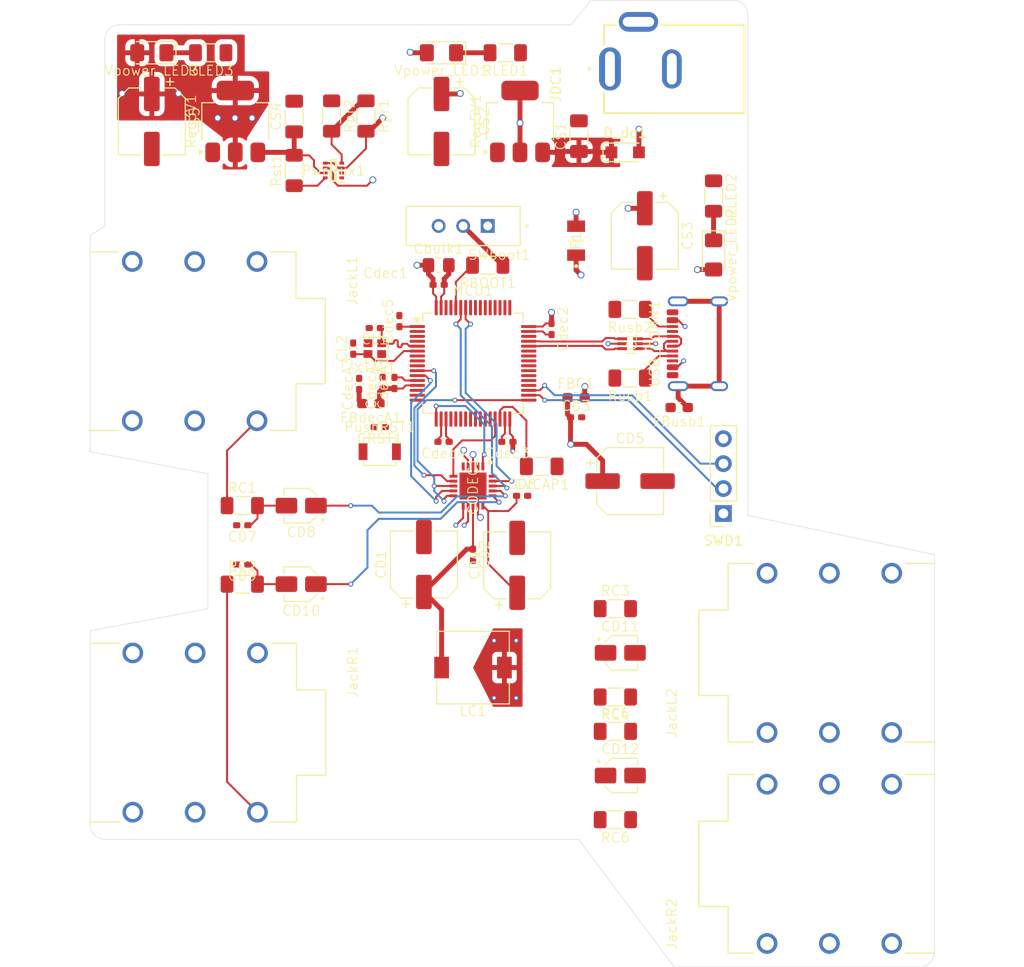
<source format=kicad_pcb>
(kicad_pcb (version 20240108) (generator "pcbnew") (generator_version "8.0")
  (layers (0 "F.Cu" signal) (1 "In1.Cu" signal) (2 "In2.Cu" signal) (31 "B.Cu" signal) (34 "B.Paste" user) (35 "F.Paste" user) (36 "B.SilkS" user "B.Silkscreen") (37 "F.SilkS" user "F.Silkscreen") (38 "B.Mask" user) (39 "F.Mask" user) (44 "Edge.Cuts" user))
  (net 0 "")
  (net 1 "GND")
  (net 2 "+3.3V")
  (net 3 "/CODEC/AVDD")
  (net 4 "/CODEC/DVDD")
  (net 5 "/CODEC/VMID")
  (net 6 "Net-(CD7-Pad1)")
  (net 7 "/CODEC/L_IN")
  (net 8 "Net-(CD10-Pad2)")
  (net 9 "/CODEC/R_IN")
  (net 10 "Net-(CD11-Pad2)")
  (net 11 "/CODEC/L_OUT")
  (net 12 "Net-(CD12-Pad2)")
  (net 13 "/CODEC/R_OUT")
  (net 14 "+3.3VA")
  (net 15 "/HSE_IN")
  (net 16 "/HSE_OUT")
  (net 17 "I2S_CLK")
  (net 18 "I2S_DOUT")
  (net 19 "I2S_MCLK")
  (net 20 "I2C_SDA")
  (net 23 "I2S_DIN")
  (net 24 "I2S_WS")
  (net 25 "I2C_SCL")
  (net 27 "/RST")
  (net 28 "+9V")
  (net 29 "Vin_JACK")
  (net 30 "Vin_USB")
  (net 31 "Net-(PwrMux1-VOUT_2)")
  (net 32 "Net-(MCU1-VCAP1)")
  (net 33 "Net-(IC1-VBUS)")
  (net 34 "Net-(USB_CONN1-SHIELD)")
  (net 35 "/VbusINPUT")
  (net 36 "/usb_D-")
  (net 37 "/usb_D+")
  (net 38 "Net-(IC1-I{slash}O2_1)")
  (net 39 "Net-(IC1-I{slash}O1_1)")
  (net 43 "Net-(JackL1-PadT)")
  (net 49 "Net-(JackL2-PadT)")
  (net 52 "Net-(JackR1-PadT)")
  (net 58 "Net-(JackR2-PadT)")
  (net 66 "/SWCLK")
  (net 72 "/BOOT0")
  (net 73 "/SWDIO")
  (net 74 "Net-(D_dc1-A)")
  (net 100 "Net-(PwrMux1-ST)")
  (net 101 "Net-(PwrMux1-PR1)")
  (net 103 "/BOOT_SW")
  (net 104 "/JACKpower_LED")
  (net 105 "/VBUSpower_LED")
  (net 106 "/3.3Vpower_LED")
  (net 107 "Net-(USB_CONN1-CC1)")
  (net 108 "Net-(USB_CONN1-CC2)")
  (footprint "Resistor_SMD:R_1206_3216Metric_Pad1.30x1.75mm_HandSolder" (layer "F.Cu") (at 164.5 134 180)
    (property "Reference" "RC4")
    (property "Value" "100")
  )
  (footprint "Capacitor_SMD:CP_Elec_6.3x5.4" (layer "F.Cu") (at 146.7875 75.35 -90)
    (property "Reference" "CS2")
    (property "Value" "22u")
  )
  (footprint "MINI-SPDT:SW_MINI-SPDT-SW" (layer "F.Cu") (at 149 86 180)
    (property "Reference" "SWboot1")
    (property "Value" "MINI-SPDT-SW")
  )
  (footprint "Capacitor_SMD:CP_Elec_6.3x5.4" (layer "F.Cu") (at 167.5 87 -90)
    (property "Reference" "CS3")
    (property "Value" "22u")
  )
  (footprint "Capacitor_SMD:C_0402_1005Metric_Pad0.74x0.62mm_HandSolder" (layer "F.Cu") (at 138.4 102.1 90)
    (property "Reference" "CdecA3")
    (property "Value" "1u")
  )
  (footprint "Connector_USB:USB_C_Receptacle_GCT_USB4105-xx-A_16P_TopMnt_Horizontal" (layer "F.Cu") (at 174 98 90)
    (property "Reference" "USB_CONN1")
    (property "Value" "USB_C_Receptacle_USB2.0_16P")
  )
  (footprint "Capacitor_SMD:C_0402_1005Metric_Pad0.74x0.62mm_HandSolder" (layer "F.Cu") (at 155 113.5)
    (property "Reference" "CD6")
    (property "Value" "0.1Uf")
  )
  (footprint "TRS_JACK_6.3mm:NEUTRIK_NMJ6HFD2-AU" (layer "F.Cu") (at 111 137.625 -90)
    (property "Reference" "JackR1")
    (property "Value" "NMJ6HFD2-AU")
  )
  (footprint "Capacitor_SMD:CP_Elec_3x5.4" (layer "F.Cu") (at 165 129.5)
    (property "Reference" "CD11")
    (property "Value" "1uF")
  )
  (footprint "Resistor_SMD:R_1206_3216Metric_Pad1.30x1.75mm_HandSolder" (layer "F.Cu") (at 166 94.5 180)
    (property "Reference" "Rusb2")
    (property "Value" "5.1k")
  )
  (footprint "Capacitor_SMD:CP_Elec_3x5.4" (layer "F.Cu") (at 132.5 122.5 180)
    (property "Reference" "CD10")
    (property "Value" "1uF")
  )
  (footprint "Resistor_SMD:R_1206_3216Metric_Pad1.30x1.75mm_HandSolder" (layer "F.Cu") (at 139.1 74.8 -90)
    (property "Reference" "Rpr1")
    (property "Value" "10k")
  )
  (footprint "Capacitor_SMD:C_0402_1005Metric_Pad0.74x0.62mm_HandSolder" (layer "F.Cu") (at 140 96.4 180)
    (property "Reference" "CL1")
    (property "Value" "14p")
  )
  (footprint "Resistor_SMD:R_1206_3216Metric_Pad1.30x1.75mm_HandSolder" (layer "F.Cu") (at 135.6 74.8 -90)
    (property "Reference" "Rpr2")
    (property "Value" "10k")
  )
  (footprint "Capacitor_SMD:CP_Elec_3x5.4" (layer "F.Cu") (at 132.5 114.5 180)
    (property "Reference" "CD8")
    (property "Value" "1uF")
  )
  (footprint "Capacitor_SMD:C_0402_1005Metric_Pad0.74x0.62mm_HandSolder" (layer "F.Cu") (at 150 119.5 -90)
    (property "Reference" "CD2")
    (property "Value" "0.1uF")
  )
  (footprint "Capacitor_SMD:C_1206_3216Metric_Pad1.33x1.80mm_HandSolder" (layer "F.Cu") (at 157 110.5 180)
    (property "Reference" "CVCAP1")
    (property "Value" "2.2u")
  )
  (footprint "Capacitor_SMD:C_1206_3216Metric_Pad1.33x1.80mm_HandSolder" (layer "F.Cu") (at 160.7875 76.85 90)
    (property "Reference" "CS1")
    (property "Value" "0.1u")
  )
  (footprint "Capacitor_SMD:CP_Elec_6.3x5.4" (layer "F.Cu") (at 166 112)
    (property "Reference" "CD5")
    (property "Value" "10uF")
  )
  (footprint "Resistor_SMD:R_1206_3216Metric_Pad1.30x1.75mm_HandSolder" (layer "F.Cu") (at 131.7875 80.35 90)
    (property "Reference" "Rst1")
    (property "Value" "10k")
  )
  (footprint "Resistor_SMD:R_1206_3216Metric_Pad1.30x1.75mm_HandSolder" (layer "F.Cu") (at 153.2875 68.35 180)
    (property "Reference" "RLED1")
    (property "Value" "1k5")
  )
  (footprint "Capacitor_SMD:C_0402_1005Metric_Pad0.74x0.62mm_HandSolder" (layer "F.Cu") (at 126.5 120.5 180)
    (property "Reference" "CD9")
    (property "Value" "220pF")
  )
  (footprint "Resistor_SMD:R_1206_3216Metric_Pad1.30x1.75mm_HandSolder" (layer "F.Cu") (at 174.5 82.95 -90)
    (property "Reference" "RLED2")
    (property "Value" "1k5")
  )
  (footprint "Capacitor_SMD:C_0402_1005Metric_Pad0.74x0.62mm_HandSolder" (layer "F.Cu") (at 153.5 108 180)
    (property "Reference" "Cdec3")
    (property "Value" "0.1u")
  )
  (footprint "LED_SMD:LED_1206_3216Metric_Pad1.42x1.75mm_HandSolder" (layer "F.Cu") (at 174.5 88.95 -90)
    (property "Reference" "Vpower_LED2")
    (property "Value" "LED")
  )
  (footprint "Capacitor_SMD:CP_Elec_3x5.4" (layer "F.Cu") (at 165 142)
    (property "Reference" "CD12")
    (property "Value" "1uF")
  )
  (footprint "Connector_PinSocket_2.54mm:PinSocket_1x04_P2.54mm_Vertical" (layer "F.Cu") (at 175.5 115.3 180)
    (property "Reference" "SWD1")
    (property "Value" "Conn_01x04_Pin")
  )
  (footprint "Capacitor_SMD:CP_Elec_6.3x5.4" (layer "F.Cu") (at 117.2875 75.35 -90)
    (property "Reference" "CS5")
    (property "Value" "22u")
  )
  (footprint "Capacitor_SMD:C_0402_1005Metric_Pad0.74x0.62mm_HandSolder" (layer "F.Cu") (at 140.8 102 90)
    (property "Reference" "CdecA2")
    (property "Value" "1u")
  )
  (footprint "STM32_TVS_USB:USBLC62P6" (layer "F.Cu") (at 166 98 90)
    (property "Reference" "IC1")
    (property "Value" "USBLC6-2P6" (hide yes))
  )
  (footprint "Capacitor_SMD:C_0402_1005Metric_Pad0.74x0.62mm_HandSolder" (layer "F.Cu") (at 146.5 92)
    (property "Reference" "Cdec1")
    (property "Value" "0.1u")
  )
  (footprint "Capacitor_SMD:CP_Elec_6.3x5.4" (layer "F.Cu") (at 154.5 120.58 90)
    (property "Reference" "CD4")
    (property "Value" "4.7uF")
  )
  (footprint "Resistor_SMD:R_1206_3216Metric_Pad1.30x1.75mm_HandSolder" (layer "F.Cu") (at 123.2875 68.35 180)
    (property "Reference" "RLED3")
    (property "Value" "1k5")
  )
  (footprint "Resistor_SMD:R_1206_3216Metric_Pad1.30x1.75mm_HandSolder" (layer "F.Cu") (at 166 101.5 180)
    (property "Reference" "Rusb1")
    (property "Value" "5.1k")
  )
  (footprint "TRS_JACK_6.3mm:NEUTRIK_NMJ6HFD2-AU" (layer "F.Cu") (at 197 151 90)
    (property "Reference" "JackR2")
    (property "Value" "NMJ6HFD2-AU")
  )
  (footprint "TRS_JACK_6.3mm:NEUTRIK_NMJ6HFD2-AU" (layer "F.Cu") (at 110.95 97.73825 -90)
    (property "Reference" "JackL1")
    (property "Value" "NMJ6HFD2-AU")
  )
  (footprint "LED_SMD:LED_1206_3216Metric_Pad1.42x1.75mm_HandSolder" (layer "F.Cu") (at 117.2875 68.35 180)
    (property "Reference" "Vpower_LED3")
    (property "Value" "LED")
  )
  (footprint "Crystal:Crystal_SMD_2016-4Pin_2.0x1.6mm" (layer "F.Cu") (at 140 98.5 180)
    (property "Reference" "XTAL1")
    (property "Value" "Crystal_GND24")
  )
  (footprint "Jack DCJ200 DC_2.1_THT:GCT_DCJ200-10-A-XX-K_REVA" (layer "F.Cu") (at 170.5 70 90)
    (property "Reference" "JDC1")
    (property "Value" "JackDC")
  )
  (footprint "Resistor_SMD:R_1206_3216Metric_Pad1.30x1.75mm_HandSolder" (layer "F.Cu") (at 164.5 146.5 180)
    (property "Reference" "RC6")
    (property "Value" "100")
  )
  (footprint "Resistor_SMD:R_1206_3216Metric_Pad1.30x1.75mm_HandSolder" (layer "F.Cu") (at 151.5 90 180)
    (property "Reference" "RBOOT1")
    (property "Value" "10K")
  )
  (footprint "Capacitor_SMD:C_0402_1005Metric_Pad0.74x0.62mm_HandSolder" (layer "F.Cu") (at 140.5 106.5 180)
    (property "Reference" "CRST1")
    (property "Value" "0.1u")
  )
  (footprint "Button_Switch_SMD:SW_SPST_B3U-1000P" (layer "F.Cu") (at 140.5 109)
    (property "Reference" "PushRST1")
    (property "Value" "B3U-1000P")
  )
  (footprint "Capacitor_SMD:C_0402_1005Metric_Pad0.74x0.62mm_HandSolder" (layer "F.Cu") (at 160.5 105.5)
    (property "Reference" "CD3")
    (property "Value" "0.1uF")
  )
  (footprint "LED_SMD:LED_1206_3216Metric_Pad1.42x1.75mm_HandSolder" (layer "F.Cu") (at 146.7875 68.35 180)
    (property "Reference" "Vpower_LED1")
    (property "Value" "LED")
  )
  (footprint "Inductor_SMD:L_7.3x7.3_H3.5" (layer "F.Cu") (at 150 131 180)
    (property "Reference" "LC1")
    (property "Value" "47uH")
  )
  (footprint "Inductor_SMD:L_0603_1608Metric_Pad1.05x0.95mm_HandSolder" (layer "F.Cu") (at 171 104.5 180)
    (property "Reference" "FBusb1")
    (property "Value" "26R")
  )
  (footprint "Resistor_SMD:R_1206_3216Metric_Pad1.30x1.75mm_HandSolder" (layer "F.Cu") (at 164.5 125)
    (property "Reference" "RC3")
    (property "Value" "47k")
  )
  (footprint "Capacitor_SMD:CP_Elec_6.3x5.4" (layer "F.Cu") (at 145 120.5 90)
    (property "Reference" "CD1")
    (property "Value" "10uF")
  )
  (footprint "Capacitor_SMD:C_0402_1005Metric_Pad0.74x0.62mm_HandSolder" (layer "F.Cu") (at 126.5 116.5 180)
    (property "Reference" "CD7")
    (property "Value" "220pF")
  )
  (footprint "Capacitor_SMD:C_0402_1005Metric_Pad0.74x0.62mm_HandSolder" (layer "F.Cu") (at 142.5 95.7 90)
    (property "Reference" "Cdec5")
    (property "Value" "0.1u")
  )
  (footprint "Capacitor_SMD:C_0402_1005Metric_Pad0.74x0.62mm_HandSolder" (layer "F.Cu") (at 137.8 98.5 90)
    (property "Reference" "CL2")
    (property "Value" "14p")
  )
  (footprint "SSM2604:QFN50P400X400X80-21N-D" (layer "F.Cu") (at 150 112.5 -90)
    (property "Reference" "CODEC1")
    (property "Value" "SSM2604CPZ-REEL7" (hide yes))
  )
  (footprint "Capacitor_SMD:C_0805_2012Metric_Pad1.18x1.45mm_HandSolder" (layer "F.Cu") (at 146.5 90)
    (property "Reference" "Cbulk1")
    (property "Value" "10u")
  )
  (footprint "Package_TO_SOT_SMD:SOT-223-3_TabPin2" (layer "F.Cu") (at 154.7875 75.35 90)
    (property "Reference" "Reg5V1")
    (property "Value" "AMS1117-5.0")
  )
  (footprint "Capacitor_SMD:C_1206_3216Metric_Pad1.33x1.80mm_HandSolder" (layer "F.Cu") (at 131.7875 74.85 90)
    (property "Reference" "CS4")
    (property "Value" "0.1u")
  )
  (footprint "Package_QFP:LQFP-64_10x10mm_P0.5mm" (layer "F.Cu") (at 150 100)
    (property "Reference" "MCU1")
    (property "Value" "STM32F411RETx")
  )
  (footprint "TPS2116:SOTFL50P160X60-8N" (layer "F.Cu") (at 135.7875 80.35 180)
    (property "Reference" "PwrMux1")
    (property "Value" "TPS2116DRLR" (hide yes))
  )
  (footprint "Diode_SMD:Nexperia_CFP3_SOD-123W" (layer "F.Cu") (at 165.5 78.5)
    (property "Reference" "D_dc1")
    (property "Value" "PMEG3020BER")
  )
  (footprint "Inductor_SMD:L_0603_1608Metric_Pad1.05x0.95mm_HandSolder" (layer "F.Cu") (at 160.5 103.5)
    (property "Reference" "FBC1")
    (property "Value" "120R")
  )
  (footprint "Resistor_SMD:R_1206_3216Metric_Pad1.30x1.75mm_HandSolder" (layer "F.Cu") (at 126.5 114.5)
    (property "Reference" "RC1")
    (property "Value" "5.6k")
  )
  (footprint "Inductor_SMD:L_0603_1608Metric_Pad1.05x0.95mm_HandSolder" (layer "F.Cu") (at 139.6 104.1 180)
    (property "Reference" "FBdecA1")
    (property "Value" "120R")
  )
  (footprint "Resistor_SMD:R_1206_3216Metric_Pad1.30x1.75mm_HandSolder" (layer "F.Cu") (at 164.5 137.5)
    (property "Reference" "RC5")
    (property "Value" "47k")
  )
  (footprint "Capacitor_SMD:C_0402_1005Metric_Pad0.74x0.62mm_HandSolder" (layer "F.Cu") (at 142 102 90)
    (property "Reference" "CdecA1")
    (property "Value" "0.01u")
  )
  (footprint "Capacitor_SMD:C_0402_1005Metric_Pad0.74x0.62mm_HandSolder" (layer "F.Cu") (at 147 108 180)
    (property "Reference" "Cdec4")
    (property "Value" "0.1u")
  )
  (footprint "1206L 500ma:1206L05015YR" (layer "F.Cu") (at 160.5 87.5 90)
    (property "Reference" "F1")
    (property "Value" "1206L050YR" (hide yes))
  )
  (footprint "TRS_JACK_6.3mm:NEUTRIK_NMJ6HFD2-AU" (layer "F.Cu") (at 197 129.5 90)
    (property "Reference" "JackL2")
    (property "Value" "NMJ6HFD2-AU")
  )
  (footprint "Resistor_SMD:R_1206_3216Metric_Pad1.30x1.75mm_HandSolder" (layer "F.Cu") (at 126.5 122.5)
    (property "Reference" "RC2")
    (property "Value" "5.6k")
  )
  (footprint "Package_TO_SOT_SMD:SOT-223-3_TabPin2" (layer "F.Cu") (at 125.7875 75.35 90)
    (property "Reference" "Reg3V1")
    (property "Value" "AMS1117-3.3")
  )
  (footprint "Capacitor_SMD:C_0402_1005Metric_Pad0.74x0.62mm_HandSolder" (layer "F.Cu") (at 158 96.5 -90)
    (property "Reference" "Cdec2")
    (property "Value" "0.1u")
  )
  (gr_line (start 178 78) (end 178 64.5) (stroke (width 0.05)) (layer "Edge.Cuts"))
  (gr_arc (start 176.5 63) (mid 177.56066 63.43934) (end 178 64.5) (stroke (width 0.05)) (layer "Edge.Cuts"))
  (gr_line (start 111 127.25) (end 111 147) (stroke (width 0.05)) (layer "Edge.Cuts"))
  (gr_line (start 160.75 148.5) (end 170.5 161.5) (stroke (width 0.05)) (layer "Edge.Cuts"))
  (gr_line (start 112.5 86) (end 112.5 80.75) (stroke (width 0.05)) (layer "Edge.Cuts"))
  (gr_line (start 111 87) (end 112.5 86) (stroke (width 0.05)) (layer "Edge.Cuts"))
  (gr_line (start 114 65.5) (end 160 65.5) (stroke (width 0.05)) (layer "Edge.Cuts"))
  (gr_line (start 178 78) (end 178 115.5) (stroke (width 0.05)) (layer "Edge.Cuts"))
  (gr_line (start 197 160) (end 197 119.5) (stroke (width 0.05)) (layer "Edge.Cuts"))
  (gr_arc (start 112.5 67) (mid 112.93934 65.93934) (end 114 65.5) (stroke (width 0.05)) (layer "Edge.Cuts"))
  (gr_line (start 112.5 67) (end 112.5 80.75) (stroke (width 0.05)) (layer "Edge.Cuts"))
  (gr_line (start 197 119.5) (end 178 115.5) (stroke (width 0.05)) (layer "Edge.Cuts"))
  (gr_arc (start 197 160) (mid 196.56066 161.06066) (end 195.5 161.5) (stroke (width 0.05)) (layer "Edge.Cuts"))
  (gr_line (start 160.75 148.5) (end 112.5 148.5) (stroke (width 0.05)) (layer "Edge.Cuts"))
  (gr_line (start 111 127.25) (end 123 125) (stroke (width 0.05)) (layer "Edge.Cuts"))
  (gr_line (start 111 109) (end 123 111.25) (stroke (width 0.05)) (layer "Edge.Cuts"))
  (gr_line (start 160 65.5) (end 162 63) (stroke (width 0.05)) (layer "Edge.Cuts"))
  (gr_line (start 195.5 161.5) (end 170.5 161.5) (stroke (width 0.05)) (layer "Edge.Cuts"))
  (gr_line (start 123 111.25) (end 123 125) (stroke (width 0.05)) (layer "Edge.Cuts"))
  (gr_arc (start 112.5 148.5) (mid 111.43934 148.06066) (end 111 147) (stroke (width 0.05)) (layer "Edge.Cuts"))
  (gr_line (start 111 109) (end 111 87) (stroke (width 0.05)) (layer "Edge.Cuts"))
  (gr_line (start 176.5 63) (end 162 63) (stroke (width 0.05)) (layer "Edge.Cuts"))
  (segment (start 157.1 96.75) (end 155.675 96.75) (width 0.2) (layer "F.Cu") (net 1))
  (segment (start 147.5375 90.9125) (end 147.0675 91.3825) (width 0.5) (layer "F.Cu") (net 1))
  (segment (start 150.5 114.5) (end 150.5 115.45) (width 0.2) (layer "F.Cu") (net 1))
  (segment (start 146.75 94.325) (end 146.75 93.2) (width 0.2) (layer "F.Cu") (net 1))
  (segment (start 146.75 107.4) (end 146.75 105.675) (width 0.2) (layer "F.Cu") (net 1))
  (segment (start 152.9325 108) (end 152.9325 107.4675) (width 0.2) (layer "F.Cu") (net 1))
  (segment (start 152.9325 107.4675) (end 153.25 107.15) (width 0.2) (layer "F.Cu") (net 1))
  (segment (start 146.75 93.2) (end 147.0675 92.8825) (width 0.2) (layer "F.Cu") (net 1))
  (segment (start 150 110.5) (end 150 112.5) (width 0.2) (layer "F.Cu") (net 1))
  (segment (start 147.0675 92.8825) (end 147.0675 92) (width 0.2) (layer "F.Cu") (net 1))
  (segment (start 150.5 114.5) (end 150.5 113) (width 0.2) (layer "F.Cu") (net 1))
  (segment (start 150 110.5) (end 150 109.3) (width 0.2) (layer "F.Cu") (net 1))
  (segment (start 142.761875 101.4325) (end 143.079375 101.75) (width 0.2) (layer "F.Cu") (net 1))
  (segment (start 150 109.3) (end 150 109.5) (width 0.2) (layer "F.Cu") (net 1))
  (segment (start 147.5375 90) (end 147.5375 90.9125) (width 0.5) (layer "F.Cu") (net 1))
  (segment (start 158 97.0675) (end 157.4175 97.0675) (width 0.2) (layer "F.Cu") (net 1))
  (segment (start 157.4175 97.0675) (end 157.1 96.75) (width 0.2) (layer "F.Cu") (net 1))
  (segment (start 147.0675 91.3825) (end 147.0675 92) (width 0.5) (layer "F.Cu") (net 1))
  (segment (start 142 101.4325) (end 142.761875 101.4325) (width 0.2) (layer "F.Cu") (net 1))
  (segment (start 146.4325 107.7175) (end 146.75 107.4) (width 0.2) (layer "F.Cu") (net 1))
  (segment (start 143.079375 101.75) (end 144.325 101.75) (width 0.2) (layer "F.Cu") (net 1))
  (segment (start 150.5 113) (end 150 112.5) (width 0.2) (layer "F.Cu") (net 1))
  (segment (start 146.4325 108) (end 146.4325 107.7175) (width 0.2) (layer "F.Cu") (net 1))
  (segment (start 153.25 107.15) (end 153.25 105.675) (width 0.2) (layer "F.Cu") (net 1))
  (segment (start 150.5 115.45) (end 150.75 115.7) (width 0.2) (layer "F.Cu") (net 1))
  (via (at 150 109.3) (size 0.7) (drill 0.5) (layers "F.Cu" "B.Cu") (net 1))
  (via (at 150.75 115.7) (size 0.7) (drill 0.5) (layers "F.Cu" "B.Cu") (net 1))
  (segment (start 146.25 93.2) (end 146.25 94.325) (width 0.2) (layer "F.Cu") (net 2))
  (segment (start 154.0675 107.4675) (end 153.75 107.15) (width 0.2) (layer "F.Cu") (net 2))
  (segment (start 145.9325 92.8825) (end 146.25 93.2) (width 0.2) (layer "F.Cu") (net 2))
  (segment (start 142.5 96.2675) (end 144.3075 96.2675) (width 0.2) (layer "F.Cu") (net 2))
  (segment (start 125.4375 72.55) (end 125.7875 72.2) (width 0.5) (layer "F.Cu") (net 2))
  (segment (start 154.05 108.95) (end 154.05 108.0175) (width 0.5) (layer "F.Cu") (net 2))
  (segment (start 158 94.8) (end 158 95.9325) (width 0.5) (layer "F.Cu") (net 2))
  (segment (start 144.3075 96.2675) (end 144.325 96.25) (width 0.2) (layer "F.Cu") (net 2))
  (segment (start 161.375 103.5) (end 161.375 102.375) (width 0.5) (layer "F.Cu") (net 2))
  (segment (start 154.05 108.0175) (end 154.0675 108) (width 0.5) (layer "F.Cu") (net 2))
  (segment (start 145.4625 90) (end 144.3 90) (width 0.5) (layer "F.Cu") (net 2))
  (segment (start 145.4625 90.9125) (end 145.9325 91.3825) (width 0.5) (layer "F.Cu") (net 2))
  (segment (start 154.0675 108) (end 154.0675 107.4675) (width 0.2) (layer "F.Cu") (net 2))
  (segment (start 158 95.9325) (end 157.4175 95.9325) (width 0.2) (layer "F.Cu") (net 2))
  (segment (start 145.4625 90) (end 145.4625 90.9125) (width 0.5) (layer "F.Cu") (net 2))
  (segment (start 147.5675 108) (end 147.5675 107.7175) (width 0.2) (layer "F.Cu") (net 2))
  (segment (start 145.9325 91.3825) (end 145.9325 92) (width 0.5) (layer "F.Cu") (net 2))
  (segment (start 161.375 102.375) (end 161.4 102.35) (width 0.5) (layer "F.Cu") (net 2))
  (segment (start 138.4 103.775) (end 138.725 104.1) (width 0.5) (layer "F.Cu") (net 2))
  (segment (start 138.4 102.6675) (end 138.4 103.775) (width 0.5) (layer "F.Cu") (net 2))
  (segment (start 147.25 107.4) (end 147.25 105.675) (width 0.2) (layer "F.Cu") (net 2))
  (segment (start 147.5675 107.7175) (end 147.25 107.4) (width 0.2) (layer "F.Cu") (net 2))
  (segment (start 145.9325 92) (end 145.9325 92.8825) (width 0.2) (layer "F.Cu") (net 2))
  (segment (start 157.1 96.25) (end 155.675 96.25) (width 0.2) (layer "F.Cu") (net 2))
  (segment (start 157.4175 95.9325) (end 157.1 96.25) (width 0.2) (layer "F.Cu") (net 2))
  (segment (start 153.75 107.15) (end 153.75 105.675) (width 0.2) (layer "F.Cu") (net 2))
  (via (at 124 75) (size 0.7) (drill 0.5) (layers "F.Cu" "B.Cu") (net 2))
  (via (at 152.15 128.25) (size 0.5) (drill 0.3) (layers "F.Cu" "B.Cu") (net 2))
  (via (at 154.05 108.95) (size 0.5) (drill 0.3) (layers "F.Cu" "B.Cu") (net 2))
  (via (at 154.4 134.1) (size 0.5) (drill 0.3) (layers "F.Cu" "B.Cu") (net 2))
  (via (at 120 72.5) (size 0.7) (drill 0.5) (layers "F.Cu" "B.Cu") (net 2))
  (via (at 114.25 72.5) (size 0.7) (drill 0.5) (layers "F.Cu" "B.Cu") (net 2))
  (via (at 158 94.8) (size 0.7) (drill 0.5) (layers "F.Cu" "B.Cu") (net 2))
  (via (at 127.5 75) (size 0.7) (drill 0.5) (layers "F.Cu" "B.Cu") (net 2))
  (via (at 161.4 102.35) (size 0.7) (drill 0.5) (layers "F.Cu" "B.Cu") (net 2))
  (via (at 154.4 128.25) (size 0.5) (drill 0.3) (layers "F.Cu" "B.Cu") (net 2))
  (via (at 152.15 134.1) (size 0.5) (drill 0.3) (layers "F.Cu" "B.Cu") (net 2))
  (via (at 125.75 75) (size 0.7) (drill 0.5) (layers "F.Cu" "B.Cu") (net 2))
  (via (at 144.3 90) (size 0.7) (drill 0.5) (layers "F.Cu" "B.Cu") (net 2))
  (segment (start 145 123.3) (end 149.3675 118.9325) (width 0.5) (layer "F.Cu") (net 3))
  (segment (start 149.3675 118.9325) (end 150 118.9325) (width 0.5) (layer "F.Cu") (net 3))
  (segment (start 146.8 125.1) (end 145 123.3) (width 0.5) (layer "F.Cu") (net 3))
  (segment (start 146.8 131) (end 146.8 125.1) (width 0.5) (layer "F.Cu") (net 3))
  (segment (start 150 114.5) (end 150 118.9325) (width 0.2) (layer "F.Cu") (net 3))
  (segment (start 159.95 108.25) (end 159.9325 108.2325) (width 0.5) (layer "F.Cu") (net 4))
  (segment (start 159.625 103.5) (end 159.625 105.1925) (width 0.5) (layer "F.Cu") (net 4))
  (segment (start 149.05 109) (end 149.05 109.4) (width 0.2) (layer "F.Cu") (net 4))
  (segment (start 163.2 109.9) (end 161.55 108.25) (width 0.5) (layer "F.Cu") (net 4))
  (segment (start 161.55 108.25) (end 159.95 108.25) (width 0.5) (layer "F.Cu") (net 4))
  (segment (start 159.625 105.1925) (end 159.9325 105.5) (width 0.5) (layer "F.Cu") (net 4))
  (segment (start 149.5 109.85) (end 149.5 110.5) (width 0.2) (layer "F.Cu") (net 4))
  (segment (start 149.05 109.4) (end 149.5 109.85) (width 0.2) (layer "F.Cu") (net 4))
  (segment (start 159.95 105.5175) (end 159.9325 105.5) (width 0.2) (layer "F.Cu") (net 4))
  (segment (start 159.9325 108.2325) (end 159.9325 105.5) (width 0.5) (layer "F.Cu") (net 4))
  (segment (start 163.2 112) (end 163.2 109.9) (width 0.5) (layer "F.Cu") (net 4))
  (via (at 149.05 108.85) (size 0.7) (drill 0.5) (layers "F.Cu" "B.Cu") (net 4))
  (via (at 159.95 108.25) (size 0.7) (drill 0.5) (layers "F.Cu" "B.Cu") (net 4))
  (segment (start 151.55 115.05) (end 151 114.5) (width 0.2) (layer "F.Cu") (net 5))
  (segment (start 154.4325 113.5) (end 154.4325 114.2175) (width 0.2) (layer "F.Cu") (net 5))
  (segment (start 151.55 120.43) (end 154.5 123.38) (width 0.2) (layer "F.Cu") (net 5))
  (segment (start 151.55 115.05) (end 151.55 120.43) (width 0.2) (layer "F.Cu") (net 5))
  (segment (start 153.6 115.05) (end 151.55 115.05) (width 0.2) (layer "F.Cu") (net 5))
  (segment (start 154.4325 114.2175) (end 153.6 115.05) (width 0.2) (layer "F.Cu") (net 5))
  (segment (start 127.0675 116.5) (end 127.35 116.5) (width 0.2) (layer "F.Cu") (net 6))
  (segment (start 128.05 114.5) (end 131 114.5) (width 0.2) (layer "F.Cu") (net 6))
  (segment (start 128.05 115.8) (end 128.05 114.5) (width 0.2) (layer "F.Cu") (net 6))
  (segment (start 127.35 116.5) (end 128.05 115.8) (width 0.2) (layer "F.Cu") (net 6))
  (segment (start 152.8 113) (end 152 113) (width 0.2) (layer "F.Cu") (net 7))
  (segment (start 153.3 113.5) (end 152.8 113) (width 0.2) (layer "F.Cu") (net 7))
  (segment (start 134 114.5) (end 137.55 114.5) (width 0.2) (layer "F.Cu") (net 7))
  (via (at 153.3 113.5) (size 0.5) (drill 0.3) (layers "F.Cu" "B.Cu") (net 7))
  (via (at 137.55 114.5) (size 0.5) (drill 0.3) (layers "F.Cu" "B.Cu") (net 7))
  (segment (start 140.4 115.2) (end 139.7 114.5) (width 0.2) (layer "B.Cu") (net 7))
  (segment (start 153.3 113.5) (end 153.25 113.55) (width 0.2) (layer "B.Cu") (net 7))
  (segment (start 139.7 114.5) (end 137.55 114.5) (width 0.2) (layer "B.Cu") (net 7))
  (segment (start 146.720244 115.2) (end 140.4 115.2) (width 0.2) (layer "B.Cu") (net 7))
  (segment (start 153.25 113.55) (end 148.370244 113.55) (width 0.2) (layer "B.Cu") (net 7))
  (segment (start 148.370244 113.55) (end 146.720244 115.2) (width 0.2) (layer "B.Cu") (net 7))
  (segment (start 127.0675 120.5) (end 127.4 120.5) (width 0.2) (layer "F.Cu") (net 8))
  (segment (start 128.05 122.5) (end 131 122.5) (width 0.2) (layer "F.Cu") (net 8))
  (segment (start 128.05 121.15) (end 128.05 122.5) (width 0.2) (layer "F.Cu") (net 8))
  (segment (start 127.4 120.5) (end 128.05 121.15) (width 0.2) (layer "F.Cu") (net 8))
  (segment (start 137.55 122.5) (end 134 122.5) (width 0.2) (layer "F.Cu") (net 9))
  (segment (start 152.65 114.15) (end 152 113.5) (width 0.2) (layer "F.Cu") (net 9))
  (via (at 152.65 114.15) (size 0.5) (drill 0.3) (layers "F.Cu" "B.Cu") (net 9))
  (via (at 137.55 122.5) (size 0.5) (drill 0.3) (layers "F.Cu" "B.Cu") (net 9))
  (segment (start 139.25 120.8) (end 137.55 122.5) (width 0.2) (layer "B.Cu") (net 9))
  (segment (start 140.4 115.85) (end 139.25 117) (width 0.2) (layer "B.Cu") (net 9))
  (segment (start 152.65 114.15) (end 148.4 114.15) (width 0.2) (layer "B.Cu") (net 9))
  (segment (start 146.7 115.85) (end 140.4 115.85) (width 0.2) (layer "B.Cu") (net 9))
  (segment (start 148.4 114.15) (end 146.7 115.85) (width 0.2) (layer "B.Cu") (net 9))
  (segment (start 139.25 117) (end 139.25 120.8) (width 0.2) (layer "B.Cu") (net 9))
  (segment (start 149 114.5) (end 149 115.75) (width 0.2) (layer "F.Cu") (net 11))
  (segment (start 149 115.75) (end 148.25 116.5) (width 0.2) (layer "F.Cu") (net 11))
  (via (at 148.25 116.5) (size 0.5) (drill 0.3) (layers "F.Cu" "B.Cu") (net 11))
  (segment (start 149.5 116.1) (end 149.1 116.5) (width 0.2) (layer "F.Cu") (net 13))
  (segment (start 149.5 114.5) (end 149.5 116.1) (width 0.2) (layer "F.Cu") (net 13))
  (via (at 149.1 116.5) (size 0.5) (drill 0.3) (layers "F.Cu" "B.Cu") (net 13))
  (segment (start 140.475 104.1) (end 140.475 102.8925) (width 0.5) (layer "F.Cu") (net 14))
  (segment (start 140.475 102.8925) (end 140.8 102.5675) (width 0.5) (layer "F.Cu") (net 14))
  (segment (start 142.84125 102.5675) (end 143.15875 102.25) (width 0.2) (layer "F.Cu") (net 14))
  (segment (start 143.15875 102.25) (end 144.325 102.25) (width 0.2) (layer "F.Cu") (net 14))
  (segment (start 140.8 102.5675) (end 142 102.5675) (width 0.5) (layer "F.Cu") (net 14))
  (segment (start 142 102.5675) (end 142.84125 102.5675) (width 0.2) (layer "F.Cu") (net 14))
  (segment (start 144.325 98.25) (end 143.51759 98.25) (width 0.2) (layer "F.Cu") (net 15))
  (segment (start 143.26759 98) (end 142.9 98) (width 0.2) (layer "F.Cu") (net 15))
  (segment (start 140.75 98) (end 140.7 97.95) (width 0.2) (layer "F.Cu") (net 15))
  (segment (start 141.78 98) (end 141.7 98) (width 0.2) (layer "F.Cu") (net 15))
  (segment (start 143.51759 98.25) (end 143.26759 98) (width 0.2) (layer "F.Cu") (net 15))
  (segment (start 142.34 98.16) (end 142.34 97.8) (width 0.2) (layer "F.Cu") (net 15))
  (segment (start 140.7 97.95) (end 140.7 96.5325) (width 0.2) (layer "F.Cu") (net 15))
  (segment (start 141.6 98) (end 140.75 98) (width 0.2) (layer "F.Cu") (net 15))
  (segment (start 141.94 97.8) (end 141.94 97.84) (width 0.2) (layer "F.Cu") (net 15))
  (segment (start 142.18 97.64) (end 142.1 97.64) (width 0.2) (layer "F.Cu") (net 15))
  (segment (start 142.74 98.16) (end 142.74 98.2) (width 0.2) (layer "F.Cu") (net 15))
  (segment (start 142.34 98.2) (end 142.34 98.16) (width 0.2) (layer "F.Cu") (net 15))
  (segment (start 142.58 98.36) (end 142.5 98.36) (width 0.2) (layer "F.Cu") (net 15))
  (segment (start 141.7 98) (end 141.6 98) (width 0.2) (layer "F.Cu") (net 15))
  (segment (start 140.7 96.5325) (end 140.5675 96.4) (width 0.2) (layer "F.Cu") (net 15))
  (arc (start 142.5 98.36) (mid 142.386863 98.313137) (end 142.34 98.2) (width 0.2) (layer "F.Cu") (net 15))
  (arc (start 142.74 98.2) (mid 142.693137 98.313137) (end 142.58 98.36) (width 0.2) (layer "F.Cu") (net 15))
  (arc (start 142.9 98) (mid 142.786863 98.046863) (end 142.74 98.16) (width 0.2) (layer "F.Cu") (net 15))
  (arc (start 141.94 97.84) (mid 141.893137 97.953137) (end 141.78 98) (width 0.2) (layer "F.Cu") (net 15))
  (arc (start 142.1 97.64) (mid 141.986863 97.686863) (end 141.94 97.8) (width 0.2) (layer "F.Cu") (net 15))
  (arc (start 142.34 97.8) (mid 142.293137 97.686863) (end 142.18 97.64) (width 0.2) (layer "F.Cu") (net 15))
  (segment (start 141.95 99.75) (end 142.95 98.75) (width 0.2) (layer "F.Cu") (net 16))
  (segment (start 139.2825 99.0675) (end 139.3 99.05) (width 0.2) (layer "F.Cu") (net 16))
  (segment (start 140.05 99.75) (end 141.95 99.75) (width 0.2) (layer "F.Cu") (net 16))
  (segment (start 139.3 99.05) (end 139.35 99.05) (width 0.2) (layer "F.Cu") (net 16))
  (segment (start 139.35 99.05) (end 140.05 99.75) (width 0.2) (layer "F.Cu") (net 16))
  (segment (start 142.95 98.75) (end 144.325 98.75) (width 0.2) (layer "F.Cu") (net 16))
  (segment (start 137.8 99.0675) (end 139.2825 99.0675) (width 0.2) (layer "F.Cu") (net 16))
  (segment (start 152.25 107.4) (end 152.25 105.675) (width 0.2) (layer "F.Cu") (net 17))
  (segment (start 151.8 107.85) (end 152.25 107.4) (width 0.2) (layer "F.Cu") (net 17))
  (segment (start 148 111.5) (end 148 108.75) (width 0.2) (layer "F.Cu") (net 17))
  (segment (start 148 108.75) (end 148.9 107.85) (width 0.2) (layer "F.Cu") (net 17))
  (segment (start 148.9 107.85) (end 151.8 107.85) (width 0.2) (layer "F.Cu") (net 17))
  (segment (start 148 112) (end 147.35 112) (width 0.2) (layer "F.Cu") (net 18))
  (segment (start 147.35 112) (end 146.75 111.4) (width 0.2) (layer "F.Cu") (net 18))
  (segment (start 146 100.75) (end 144.325 100.75) (width 0.2) (layer "F.Cu") (net 18))
  (segment (start 146.75 111.4) (end 145 111.4) (width 0.2) (layer "F.Cu") (net 18))
  (via (at 146 100.75) (size 0.5) (drill 0.3) (layers "F.Cu" "B.Cu") (net 18))
  (via (at 145 111.4) (size 0.5) (drill 0.3) (layers "F.Cu" "B.Cu") (net 18))
  (segment (start 146.23 102.347) (end 146.23 100.98) (width 0.2) (layer "B.Cu") (net 18))
  (segment (start 144.027 110.427) (end 144.027 104.55) (width 0.2) (layer "B.Cu") (net 18))
  (segment (start 145 111.4) (end 144.027 110.427) (width 0.2) (layer "B.Cu") (net 18))
  (segment (start 144.027 104.55) (end 146.23 102.347) (width 0.2) (layer "B.Cu") (net 18))
  (segment (start 146.23 100.98) (end 146 100.75) (width 0.2) (layer "B.Cu") (net 18))
  (segment (start 146.25 104.35) (end 146.25 105.675) (width 0.2) (layer "F.Cu") (net 19))
  (segment (start 151 110.5) (end 151 109.45) (width 0.2) (layer "F.Cu") (net 19))
  (segment (start 151 109.45) (end 151.15 109.3) (width 0.2) (layer "F.Cu") (net 19))
  (via (at 151.15 109.3) (size 0.5) (drill 0.3) (layers "F.Cu" "B.Cu") (net 19))
  (via (at 146.25 104.35) (size 0.5) (drill 0.3) (layers "F.Cu" "B.Cu") (net 19))
  (segment (start 151.15 109.3) (end 151.15 106.25) (width 0.2) (layer "B.Cu") (net 19))
  (segment (start 149.25 104.35) (end 146.25 104.35) (width 0.2) (layer "B.Cu") (net 19))
  (segment (start 151.15 106.25) (end 149.25 104.35) (width 0.2) (layer "B.Cu") (net 19))
  (segment (start 148.25 96) (end 148.75 95.5) (width 0.2) (layer "F.Cu") (net 20))
  (segment (start 148.75 95.5) (end 148.75 94.325) (width 0.2) (layer "F.Cu") (net 20))
  (segment (start 152 112.5) (end 153.25 112.5) (width 0.2) (layer "F.Cu") (net 20))
  (segment (start 153.25 112.5) (end 153.45 112.7) (width 0.2) (layer "F.Cu") (net 20))
  (via (at 153.45 112.7) (size 0.5) (drill 0.3) (layers "F.Cu" "B.Cu") (net 20))
  (via (at 148.25 96) (size 0.5) (drill 0.3) (layers "F.Cu" "B.Cu") (net 20))
  (segment (start 148.75 103.25) (end 151.929756 106.429756) (width 0.2) (layer "B.Cu") (net 20))
  (segment (start 148.25 96) (end 148.75 96.5) (width 0.2) (layer "B.Cu") (net 20))
  (segment (start 148.75 96.5) (end 148.75 103.25) (width 0.2) (layer "B.Cu") (net 20))
  (segment (start 151.929756 111.179756) (end 153.45 112.7) (width 0.2) (layer "B.Cu") (net 20))
  (segment (start 151.929756 106.429756) (end 151.929756 111.179756) (width 0.2) (layer "B.Cu") (net 20))
  (segment (start 146.25 113.6) (end 146.25 114.05) (width 0.2) (layer "F.Cu") (net 23))
  (segment (start 146.85 113) (end 146.25 113.6) (width 0.2) (layer "F.Cu") (net 23))
  (segment (start 145.15 101.25) (end 145.65 101.75) (width 0.2) (layer "F.Cu") (net 23))
  (segment (start 144.325 101.25) (end 145.15 101.25) (width 0.2) (layer "F.Cu") (net 23))
  (segment (start 148 113) (end 146.85 113) (width 0.2) (layer "F.Cu") (net 23))
  (via (at 145.65 101.75) (size 0.5) (drill 0.3) (layers "F.Cu" "B.Cu") (net 23))
  (via (at 146.25 114.05) (size 0.5) (drill 0.3) (layers "F.Cu" "B.Cu") (net 23))
  (segment (start 143.7 104) (end 143.7 111.5) (width 0.2) (layer "B.Cu") (net 23))
  (segment (start 145.65 101.75) (end 145.65 102.05) (width 0.2) (layer "B.Cu") (net 23))
  (segment (start 145.65 102.05) (end 143.7 104) (width 0.2) (layer "B.Cu") (net 23))
  (segment (start 143.7 111.5) (end 146.25 114.05) (width 0.2) (layer "B.Cu") (net 23))
  (segment (start 146.5 112.5) (end 146.05 112.5) (width 0.2) (layer "F.Cu") (net 24))
  (segment (start 148 113.5) (end 147.35 113.5) (width 0.2) (layer "F.Cu") (net 24))
  (segment (start 147.05 113.8) (end 147.05 114.05) (width 0.2) (layer "F.Cu") (net 24))
  (segment (start 147.35 113.5) (end 147.05 113.8) (width 0.2) (layer "F.Cu") (net 24))
  (segment (start 147.05 112.5) (end 146.5 112.5) (width 0.2) (layer "F.Cu") (net 24))
  (segment (start 148 112.5) (end 147.05 112.5) (width 0.2) (layer "F.Cu") (net 24))
  (segment (start 148.15 103.75) (end 155.675 103.75) (width 0.2) (layer "F.Cu") (net 24))
  (via (at 147.05 114.05) (size 0.5) (drill 0.3) (layers "F.Cu" "B.Cu") (net 24))
  (via (at 148.15 103.75) (size 0.5) (drill 0.3) (layers "F.Cu" "B.Cu") (net 24))
  (via (at 146.05 112.5) (size 0.5) (drill 0.3) (layers "F.Cu" "B.Cu") (net 24))
  (segment (start 146.05 113.029756) (end 147.05 114.029756) (width 0.2) (layer "B.Cu") (net 24))
  (segment (start 145.289448 103.75) (end 148.15 103.75) (width 0.2) (layer "B.Cu") (net 24))
  (segment (start 146.05 112.5) (end 146.05 111.629756) (width 0.2) (layer "B.Cu") (net 24))
  (segment (start 144.354 109.933756) (end 144.354 104.685448) (width 0.2) (layer "B.Cu") (net 24))
  (segment (start 146.05 111.629756) (end 144.354 109.933756) (width 0.2) (layer "B.Cu") (net 24))
  (segment (start 147.05 114.029756) (end 147.05 114.05) (width 0.2) (layer "B.Cu") (net 24))
  (segment (start 144.354 104.685448) (end 145.289448 103.75) (width 0.2) (layer "B.Cu") (net 24))
  (segment (start 146.05 112.5) (end 146.05 113.029756) (width 0.2) (layer "B.Cu") (net 24))
  (segment (start 149.75 96) (end 149.25 95.5) (width 0.2) (layer "F.Cu") (net 25))
  (segment (start 152 112) (end 153.95 112) (width 0.2) (layer "F.Cu") (net 25))
  (segment (start 149.25 95.5) (end 149.25 94.325) (width 0.2) (layer "F.Cu") (net 25))
  (via (at 149.75 96) (size 0.5) (drill 0.3) (layers "F.Cu" "B.Cu") (net 25))
  (via (at 153.95 112) (size 0.5) (drill 0.3) (layers "F.Cu" "B.Cu") (net 25))
  (segment (start 149.25 96.5) (end 149.75 96) (width 0.2) (layer "B.Cu") (net 25))
  (segment (start 149.25 103) (end 149.25 96.5) (width 0.2) (layer "B.Cu") (net 25))
  (segment (start 152.4 106.15) (end 149.25 103) (width 0.2) (layer "B.Cu") (net 25))
  (segment (start 153.95 112) (end 152.4 110.45) (width 0.2) (layer "B.Cu") (net 25))
  (segment (start 152.4 110.45) (end 152.4 106.15) (width 0.2) (layer "B.Cu") (net 25))
  (segment (start 135.8 79.6) (end 136.3 80.1) (width 0.2) (layer "F.Cu") (net 29))
  (segment (start 139.1 76.35) (end 139.45 76.35) (width 0.5) (layer "F.Cu") (net 29))
  (segment (start 148.65 72.55) (end 148.7 72.5) (width 0.5) (layer "F.Cu") (net 29))
  (segment (start 136.6255 80.1) (end 137.113 80.1) (width 0.2) (layer "F.Cu") (net 29))
  (segment (start 145.3 68.35) (end 143.65 68.35) (width 0.5) (layer "F.Cu") (net 29))
  (segment (start 154.7875 78.5) (end 154.7875 75.5) (width 0.5) (layer "F.Cu") (net 29))
  (segment (start 137.113 80.1) (end 139.1 78.113) (width 0.2) (layer "F.Cu") (net 29))
  (segment (start 134.9495 79.6) (end 135.8 79.6) (width 0.2) (layer "F.Cu") (net 29))
  (segment (start 139.1 78.113) (end 139.1 76.35) (width 0.2) (layer "F.Cu") (net 29))
  (segment (start 143.65 68.35) (end 143.6 68.3) (width 0.5) (layer "F.Cu") (net 29))
  (segment (start 139.45 76.35) (end 140.8 75) (width 0.5) (layer "F.Cu") (net 29))
  (segment (start 136.3 80.1) (end 136.6255 80.1) (width 0.2) (layer "F.Cu") (net 29))
  (segment (start 146.7875 72.55) (end 148.65 72.55) (width 0.5) (layer "F.Cu") (net 29))
  (segment (start 154.7875 72.2) (end 154.7875 75.5) (width 0.5) (layer "F.Cu") (net 29))
  (via (at 154.7875 75.5) (size 0.7) (drill 0.5) (layers "F.Cu" "B.Cu") (net 29))
  (via (at 140.8 75) (size 0.7) (drill 0.5) (layers "F.Cu" "B.Cu") (net 29))
  (via (at 143.6 68.3) (size 0.7) (drill 0.5) (layers "F.Cu" "B.Cu") (net 29))
  (via (at 148.7 72.5) (size 0.7) (drill 0.5) (layers "F.Cu" "B.Cu") (net 29))
  (segment (start 172.8625 90.4375) (end 172.85 90.45) (width 0.5) (layer "F.Cu") (net 30))
  (segment (start 135.3 80.1) (end 134.9495 80.1) (width 0.2) (layer "F.Cu") (net 30))
  (segment (start 160.5 86.025) (end 160.5 84.6) (width 0.5) (layer "F.Cu") (net 30))
  (segment (start 135.75 81.4) (end 135.75 80.55) (width 0.2) (layer "F.Cu") (net 30))
  (segment (start 139.2 81.9) (end 136.25 81.9) (width 0.2) (layer "F.Cu") (net 30))
  (segment (start 135.75 80.55) (end 135.3 80.1) (width 0.2) (layer "F.Cu") (net 30))
  (segment (start 136.25 81.9) (end 135.75 81.4) (width 0.2) (layer "F.Cu") (net 30))
  (segment (start 174.5 90.4375) (end 172.8625 90.4375) (width 0.5) (layer "F.Cu") (net 30))
  (segment (start 167.5 84.2) (end 165.8 84.2) (width 0.5) (layer "F.Cu") (net 30))
  (segment (start 139.8 81.3) (end 139.2 81.9) (width 0.2) (layer "F.Cu") (net 30))
  (via (at 165.8 84.2) (size 0.7) (drill 0.5) (layers "F.Cu" "B.Cu") (net 30))
  (via (at 160.5 84.6) (size 0.7) (drill 0.5) (layers "F.Cu" "B.Cu") (net 30))
  (via (at 172.85 90.45) (size 0.7) (drill 0.5) (layers "F.Cu" "B.Cu") (net 30))
  (via (at 139.8 81.3) (size 0.7) (drill 0.5) (layers "F.Cu" "B.Cu") (net 30))
  (segment (start 133.8 79.3) (end 133.3 78.8) (width 0.2) (layer "F.Cu") (net 31))
  (segment (start 131.4875 78.5) (end 131.7875 78.8) (width 0.5) (layer "F.Cu") (net 31))
  (segment (start 134.9495 80.6) (end 134.462 80.6) (width 0.2) (layer "F.Cu") (net 31))
  (segment (start 128.0875 78.5) (end 131.4875 78.5) (width 0.5) (layer "F.Cu") (net 31))
  (segment (start 133.8 79.938) (end 133.8 79.3) (width 0.2) (layer "F.Cu") (net 31))
  (segment (start 134.462 80.6) (end 133.8 79.938) (width 0.2) (layer "F.Cu") (net 31))
  (segment (start 131.7875 76.4125) (end 131.7875 78.8) (width 0.5) (layer "F.Cu") (net 31))
  (segment (start 133.3 78.8) (end 131.7875 78.8) (width 0.2) (layer "F.Cu") (net 31))
  (segment (start 154.05 104.45) (end 153.1 104.45) (width 0.2) (layer "F.Cu") (net 32))
  (segment (start 155.4375 110.5) (end 155.4375 105.8375) (width 0.2) (layer "F.Cu") (net 32))
  (segment (start 152.75 104.8) (end 152.75 105.675) (width 0.2) (layer "F.Cu") (net 32))
  (segment (start 155.4375 105.8375) (end 154.05 104.45) (width 0.2) (layer "F.Cu") (net 32))
  (segment (start 153.1 104.45) (end 152.75 104.8) (width 0.2) (layer "F.Cu") (net 32))
  (segment (start 160.5 90.5) (end 161 91) (width 0.5) (layer "F.Cu") (net 33))
  (segment (start 165.195 98) (end 163.75 98) (width 0.2) (layer "F.Cu") (net 33))
  (segment (start 160.5 88.975) (end 160.5 90.5) (width 0.5) (layer "F.Cu") (net 33))
  (via (at 161 91) (size 0.7) (drill 0.5) (layers "F.Cu" "B.Cu") (net 33))
  (via (at 163.75 98) (size 0.5) (drill 0.3) (layers "F.Cu" "B.Cu") (net 33))
  (segment (start 170.895 102.32) (end 170.895 103.52) (width 0.5) (layer "F.Cu") (net 34))
  (segment (start 170.895 103.52) (end 171.875 104.5) (width 0.5) (layer "F.Cu") (net 34))
  (segment (start 175.075 102.32) (end 170.895 102.32) (width 0.5) (layer "F.Cu") (net 34))
  (segment (start 175.075 93.68) (end 175.075 102.32) (width 0.5) (layer "F.Cu") (net 34))
  (segment (start 170.895 93.68) (end 175.075 93.68) (width 0.5) (layer "F.Cu") (net 34))
  (segment (start 171.544999 96.25) (end 171.6 96.25) (width 0.2) (layer "F.Cu") (net 35))
  (segment (start 170.32 100.4) (end 170.8 100.4) (width 0.2) (layer "F.Cu") (net 35))
  (segment (start 170.8 100.4) (end 171.45 99.75) (width 0.2) (layer "F.Cu") (net 35))
  (segment (start 170.894999 95.6) (end 171.544999 96.25) (width 0.2) (layer "F.Cu") (net 35))
  (segment (start 170.32 95.6) (end 170.894999 95.6) (width 0.2) (layer "F.Cu") (net 35))
  (segment (start 166.805 98) (end 168.6 98) (width 0.2) (layer "F.Cu") (net 35))
  (via (at 171.6 96.25) (size 0.5) (drill 0.3) (layers "F.Cu" "B.Cu") (net 35))
  (via (at 171.45 99.75) (size 0.5) (drill 0.3) (layers "F.Cu" "B.Cu") (net 35))
  (via (at 168.6 98) (size 0.5) (drill 0.3) (layers "F.Cu" "B.Cu") (net 35))
  (segment (start 163.509756 98.58) (end 163.154756 98.225) (width 0.2) (layer "F.Cu") (net 36))
  (segment (start 156.862501 98.225) (end 156.837501 98.25) (width 0.2) (layer "F.Cu") (net 36))
  (segment (start 156.837501 98.25) (end 155.675 98.25) (width 0.2) (layer "F.Cu") (net 36))
  (segment (start 164.372499 98.58) (end 163.509756 98.58) (width 0.2) (layer "F.Cu") (net 36))
  (segment (start 164.452499 98.5) (end 164.372499 98.58) (width 0.2) (layer "F.Cu") (net 36))
  (segment (start 163.154756 98.225) (end 156.862501 98.225) (width 0.2) (layer "F.Cu") (net 36))
  (segment (start 165.195 98.5) (end 164.452499 98.5) (width 0.2) (layer "F.Cu") (net 36))
  (segment (start 156.862501 97.775) (end 156.837501 97.75) (width 0.2) (layer "F.Cu") (net 37))
  (segment (start 165.195 97.5) (end 164.452499 97.5) (width 0.2) (layer "F.Cu") (net 37))
  (segment (start 164.452499 97.5) (end 164.372499 97.42) (width 0.2) (layer "F.Cu") (net 37))
  (segment (start 164.372499 97.42) (end 163.509756 97.42) (width 0.2) (layer "F.Cu") (net 37))
  (segment (start 163.154756 97.775) (end 156.862501 97.775) (width 0.2) (layer "F.Cu") (net 37))
  (segment (start 156.837501 97.75) (end 155.675 97.75) (width 0.2) (layer "F.Cu") (net 37))
  (segment (start 163.509756 97.42) (end 163.154756 97.775) (width 0.2) (layer "F.Cu") (net 37))
  (segment (start 170.37 98.2) (end 170.97741 98.2) (width 0.2) (layer "F.Cu") (net 38))
  (segment (start 171.195 97.98241) (end 171.195 97.51759) (width 0.2) (layer "F.Cu") (net 38))
  (segment (start 171.195 97.51759) (end 170.92741 97.25) (width 0.2) (layer "F.Cu") (net 38))
  (segment (start 170.32 97.25) (end 168.45 97.25) (width 0.2) (layer "F.Cu") (net 38))
  (segment (start 170.92741 97.25) (end 170.32 97.25) (width 0.2) (layer "F.Cu") (net 38))
  (segment (start 170.32 98.25) (end 170.37 98.2) (width 0.2) (layer "F.Cu") (net 38))
  (segment (start 168.45 97.25) (end 168.2 97.5) (width 0.2) (layer "F.Cu") (net 38))
  (segment (start 170.97741 98.2) (end 171.195 97.98241) (width 0.2) (layer "F.Cu") (net 38))
  (segment (start 168.2 97.5) (end 166.805 97.5) (width 0.2) (layer "F.Cu") (net 38))
  (segment (start 169.7 98.75) (end 170.32 98.75) (width 0.2) (layer "F.Cu") (net 39))
  (segment (start 168.2 98.5) (end 166.805 98.5) (width 0.2) (layer "F.Cu") (net 39))
  (segment (start 170.32 98.75) (end 168.45 98.75) (width 0.2) (layer "F.Cu") (net 39))
  (segment (start 168.45 98.75) (end 168.2 98.5) (width 0.2) (layer "F.Cu") (net 39))
  (segment (start 170.32 97.75) (end 169.71259 97.75) (width 0.2) (layer "F.Cu") (net 39))
  (segment (start 169.445 98.495) (end 169.7 98.75) (width 0.2) (layer "F.Cu") (net 39))
  (segment (start 169.445 98.01759) (end 169.445 98.495) (width 0.2) (layer "F.Cu") (net 39))
  (segment (start 169.71259 97.75) (end 169.445 98.01759) (width 0.2) (layer "F.Cu") (net 39))
  (segment (start 124.95 114.5) (end 124.95 108.90325) (width 0.2) (layer "F.Cu") (net 43))
  (segment (start 124.95 108.90325) (end 128 105.85325) (width 0.2) (layer "F.Cu") (net 43))
  (segment (start 124.95 142.64) (end 128.05 145.74) (width 0.2) (layer "F.Cu") (net 52))
  (segment (start 124.95 122.5) (end 124.95 142.64) (width 0.2) (layer "F.Cu") (net 52))
  (segment (start 156.8 102.75) (end 157.3 102.25) (width 0.2) (layer "F.Cu") (net 66))
  (segment (start 155.675 102.75) (end 156.8 102.75) (width 0.2) (layer "F.Cu") (net 66))
  (via (at 157.3 102.25) (size 0.5) (drill 0.3) (layers "F.Cu" "B.Cu") (net 66))
  (segment (start 157.3 102.25) (end 158.3 103.25) (width 0.2) (layer "B.Cu") (net 66))
  (segment (start 158.3 103.25) (end 166.2 103.25) (width 0.2) (layer "B.Cu") (net 66))
  (segment (start 166.2 103.25) (end 173.17 110.22) (width 0.2) (layer "B.Cu") (net 66))
  (segment (start 173.17 110.22) (end 175.5 110.22) (width 0.2) (layer "B.Cu") (net 66))
  (segment (start 149.95 90) (end 148.25 91.7) (width 0.2) (layer "F.Cu") (net 72))
  (segment (start 148.25 91.7) (end 148.25 94.325) (width 0.2) (layer "F.Cu") (net 72))
  (segment (start 155.675 103.25) (end 156.8 103.25) (width 0.2) (layer "F.Cu") (net 73))
  (segment (start 156.8 103.25) (end 157.3 103.75) (width 0.2) (layer "F.Cu") (net 73))
  (via (at 157.3 103.75) (size 0.5) (drill 0.3) (layers "F.Cu" "B.Cu") (net 73))
  (segment (start 165.85 103.75) (end 174.86 112.76) (width 0.2) (layer "B.Cu") (net 73))
  (segment (start 157.3 103.75) (end 165.85 103.75) (width 0.2) (layer "B.Cu") (net 73))
  (segment (start 174.86 112.76) (end 175.5 112.76) (width 0.2) (layer "B.Cu") (net 73))
  (segment (start 166.9 76.15) (end 166.9 78.5) (width 0.5) (layer "F.Cu") (net 74))
  (via (at 166.9 76.15) (size 0.7) (drill 0.5) (layers "F.Cu" "B.Cu") (net 74))
  (segment (start 131.7875 81.9) (end 134.1495 81.9) (width 0.2) (layer "F.Cu") (net 100))
  (segment (start 134.1495 81.9) (end 134.9495 81.1) (width 0.2) (layer "F.Cu") (net 100))
  (segment (start 136.6255 78.7255) (end 135.6 77.7) (width 0.2) (layer "F.Cu") (net 101))
  (segment (start 136.6255 79.6) (end 136.6255 78.7255) (width 0.2) (layer "F.Cu") (net 101))
  (segment (start 139.1 73.25) (end 138.7 73.25) (width 0.5) (layer "F.Cu") (net 101))
  (segment (start 138.7 73.25) (end 135.6 76.35) (width 0.5) (layer "F.Cu") (net 101))
  (segment (start 135.6 77.7) (end 135.6 76.35) (width 0.2) (layer "F.Cu") (net 101))
  (segment (start 153 90) (end 153.05 90) (width 0.5) (layer "F.Cu") (net 103))
  (segment (start 149 86) (end 153 90) (width 0.5) (layer "F.Cu") (net 103))
  (segment (start 148.275 68.35) (end 151.7375 68.35) (width 0.5) (layer "F.Cu") (net 104))
  (segment (start 174.5 84.5) (end 174.5 87.4625) (width 0.5) (layer "F.Cu") (net 105))
  (segment (start 121.7375 68.35) (end 118.775 68.35) (width 0.5) (layer "F.Cu") (net 106))
  (segment (start 168.925 99.25) (end 167.55 100.625) (width 0.2) (layer "F.Cu") (net 107))
  (segment (start 167.55 100.625) (end 167.55 101.5) (width 0.2) (layer "F.Cu") (net 107))
  (segment (start 170.32 99.25) (end 168.925 99.25) (width 0.2) (layer "F.Cu") (net 107))
  (segment (start 167.55 94.9) (end 168.9 96.25) (width 0.2) (layer "F.Cu") (net 108))
  (segment (start 168.9 96.25) (end 170.32 96.25) (width 0.2) (layer "F.Cu") (net 108))
  (segment (start 167.55 94.5) (end 167.55 94.9) (width 0.2) (layer "F.Cu") (net 108))
  (zone (net 2) (net_name "+3.3V") (layer "F.Cu") (priority 6) (connect_pads (clearance 0.5)) (min_thickness 0.25) (fill yes (thermal_gap 0.5) (thermal_bridge_width 0.5))
    (polygon (pts (xy 150 131) (xy 152.05 127) (xy 155.05 127) (xy 155.05 135) (xy 152.05 135)))
  )
  (zone (net 2) (net_name "+3.3V") (layer "F.Cu") (priority 4) (connect_pads (clearance 0.5)) (min_thickness 0.25) (fill yes (thermal_gap 0.5) (thermal_bridge_width 0.5))
    (polygon (pts (xy 124.5 77) (xy 124.5 80.25) (xy 127 80.25) (xy 127 77) (xy 129.25 73.5) (xy 129.25 70.25) (xy 126.75 70.25) (xy 126.75 66.5) (xy 113.75 66.5) (xy 113.75 70.5) (xy 113.75 75.25) (xy 122.25 75.25)))
  )
  (zone (net 28) (net_name "+9V") (layer "F.Cu") (connect_pads (clearance 0.5)) (min_thickness 0.25) (fill yes (thermal_gap 0.5) (thermal_bridge_width 0.5))
    (polygon (pts (xy 165 77) (xy 156 77) (xy 156 80) (xy 165 80)))
  )
)
</source>
